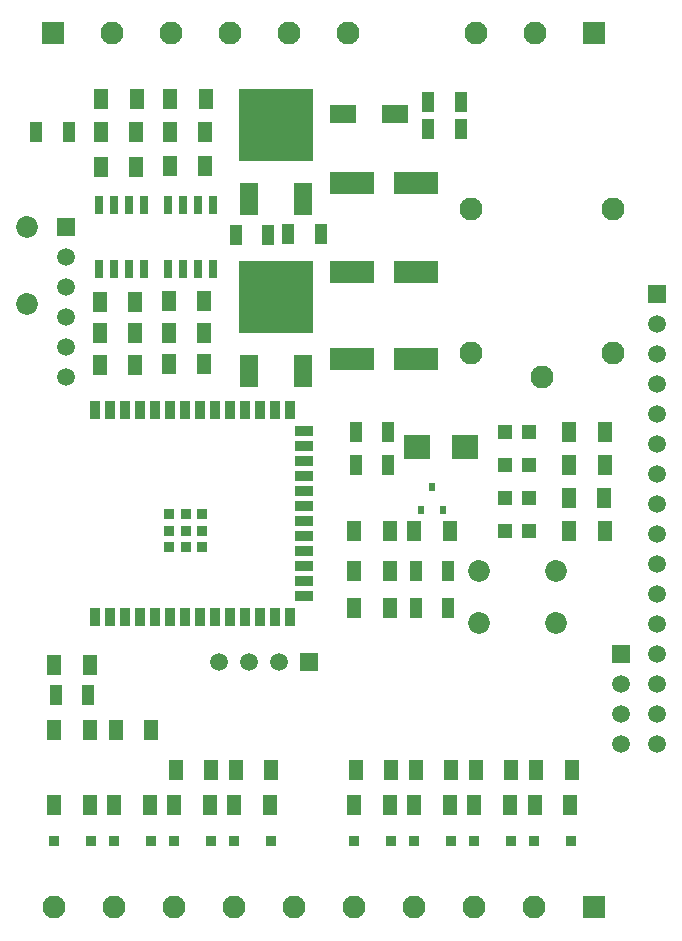
<source format=gbr>
%TF.GenerationSoftware,Altium Limited,Altium Designer,21.4.1 (30)*%
G04 Layer_Color=255*
%FSLAX44Y44*%
%MOMM*%
%TF.SameCoordinates,EB49FF53-C53B-41EF-AC46-A12079E47AB4*%
%TF.FilePolarity,Positive*%
%TF.FileFunction,Pads,Top*%
%TF.Part,Single*%
G01*
G75*
%TA.AperFunction,SMDPad,CuDef*%
%ADD10R,2.3000X1.6000*%
%TA.AperFunction,BGAPad,CuDef*%
%ADD11R,0.9000X0.9000*%
%TA.AperFunction,ConnectorPad*%
%ADD12R,0.9000X1.5000*%
%ADD13R,1.5000X0.9000*%
%TA.AperFunction,SMDPad,CuDef*%
%ADD14R,1.2000X1.8000*%
%ADD15R,1.2000X1.2000*%
%ADD16R,1.5000X2.8000*%
%ADD17R,6.3000X6.1000*%
%ADD18R,0.9000X0.9500*%
%ADD19R,1.0200X1.7800*%
%ADD20R,2.2000X2.1000*%
%ADD21R,0.6000X0.7000*%
%ADD22R,3.8000X1.8500*%
%ADD23R,0.6500X1.5250*%
%TA.AperFunction,ComponentPad*%
%ADD27R,1.9500X1.9500*%
%ADD28C,1.9500*%
%ADD29C,1.8500*%
%ADD30R,1.5000X1.5000*%
%ADD31C,1.5000*%
%ADD32R,1.5000X1.5000*%
D10*
X329340Y711200D02*
D03*
X285340D02*
D03*
D11*
X138130Y358510D02*
D03*
Y372510D02*
D03*
X152130D02*
D03*
X166130D02*
D03*
Y358510D02*
D03*
Y344510D02*
D03*
X152130D02*
D03*
X138130D02*
D03*
X152130Y358510D02*
D03*
D12*
X74930Y461010D02*
D03*
X87630D02*
D03*
X100330D02*
D03*
X113030D02*
D03*
X125730D02*
D03*
X138430D02*
D03*
X151130D02*
D03*
X163830D02*
D03*
X176530D02*
D03*
X189230D02*
D03*
X201930D02*
D03*
X214630D02*
D03*
X227330D02*
D03*
X240030D02*
D03*
Y286010D02*
D03*
X227330D02*
D03*
X214630D02*
D03*
X201930D02*
D03*
X189230D02*
D03*
X176530D02*
D03*
X163830D02*
D03*
X151130D02*
D03*
X138430D02*
D03*
X125730D02*
D03*
X113030D02*
D03*
X100330D02*
D03*
X87630D02*
D03*
X74930D02*
D03*
D13*
X252530Y443360D02*
D03*
Y430660D02*
D03*
Y417960D02*
D03*
Y405260D02*
D03*
Y392560D02*
D03*
Y379860D02*
D03*
Y367160D02*
D03*
Y354460D02*
D03*
Y341760D02*
D03*
Y329060D02*
D03*
Y316360D02*
D03*
Y303660D02*
D03*
D14*
X506600Y358140D02*
D03*
X476600D02*
D03*
X70640Y245000D02*
D03*
X40640D02*
D03*
X70880Y126350D02*
D03*
X40880D02*
D03*
X142480D02*
D03*
X172480D02*
D03*
X193280D02*
D03*
X223280D02*
D03*
X294880D02*
D03*
X324880D02*
D03*
X345680D02*
D03*
X375680D02*
D03*
X396480D02*
D03*
X426480D02*
D03*
X194550Y156350D02*
D03*
X224550D02*
D03*
X375680Y358140D02*
D03*
X345680D02*
D03*
X294880D02*
D03*
X324880D02*
D03*
X326150Y156350D02*
D03*
X296150D02*
D03*
X173750D02*
D03*
X143750D02*
D03*
X122950Y190000D02*
D03*
X92950D02*
D03*
X121680Y126350D02*
D03*
X91680D02*
D03*
X478790Y156350D02*
D03*
X448790D02*
D03*
X477520Y126350D02*
D03*
X447520D02*
D03*
X427750Y156350D02*
D03*
X397750D02*
D03*
X376950D02*
D03*
X346950D02*
D03*
X506600Y441960D02*
D03*
X476600D02*
D03*
X506490Y386080D02*
D03*
X476490D02*
D03*
X506600Y414020D02*
D03*
X476600D02*
D03*
X294880Y293020D02*
D03*
X324880D02*
D03*
X294880Y324770D02*
D03*
X324880D02*
D03*
X40640Y190000D02*
D03*
X70640D02*
D03*
X80250Y666990D02*
D03*
X110250D02*
D03*
X138670Y667200D02*
D03*
X168670D02*
D03*
X79350Y526020D02*
D03*
X109350D02*
D03*
X137770Y526230D02*
D03*
X167770D02*
D03*
X110250Y696200D02*
D03*
X80250D02*
D03*
X168670Y696410D02*
D03*
X138670D02*
D03*
X79220Y552690D02*
D03*
X109220D02*
D03*
X137640Y552900D02*
D03*
X167640D02*
D03*
X110490Y724140D02*
D03*
X80490D02*
D03*
X168910Y724350D02*
D03*
X138910D02*
D03*
X109220Y499350D02*
D03*
X79220D02*
D03*
X167640Y499560D02*
D03*
X137640D02*
D03*
D15*
X421990Y358140D02*
D03*
X442990D02*
D03*
X421990Y441960D02*
D03*
X442990D02*
D03*
X421990Y414020D02*
D03*
X442990D02*
D03*
X421990Y386080D02*
D03*
X442990D02*
D03*
D16*
X205740Y493760D02*
D03*
X251460D02*
D03*
Y639810D02*
D03*
X205740D02*
D03*
D17*
X228600Y556260D02*
D03*
Y702310D02*
D03*
D18*
X192530Y96350D02*
D03*
X224030D02*
D03*
X325630D02*
D03*
X294130D02*
D03*
X173230D02*
D03*
X141730D02*
D03*
X122430D02*
D03*
X90930D02*
D03*
X478270D02*
D03*
X446770D02*
D03*
X427230D02*
D03*
X395730D02*
D03*
X376430D02*
D03*
X344930D02*
D03*
X40130D02*
D03*
X71630D02*
D03*
D19*
X296080Y441960D02*
D03*
X323680D02*
D03*
X296080Y414020D02*
D03*
X323680D02*
D03*
X346880Y293020D02*
D03*
X374480D02*
D03*
X346880Y324770D02*
D03*
X374480D02*
D03*
X384830Y721505D02*
D03*
X357230D02*
D03*
X384830Y698645D02*
D03*
X357230D02*
D03*
X194360Y609330D02*
D03*
X221960D02*
D03*
X266530Y609600D02*
D03*
X238930D02*
D03*
X25570Y696200D02*
D03*
X53170D02*
D03*
X69440Y220000D02*
D03*
X41840D02*
D03*
D20*
X347800Y429260D02*
D03*
X388800D02*
D03*
D21*
X351180Y376080D02*
D03*
X370180D02*
D03*
X360680Y396080D02*
D03*
D22*
X347040Y504190D02*
D03*
X293040D02*
D03*
X347040Y577850D02*
D03*
X293040D02*
D03*
X347040Y652780D02*
D03*
X293040D02*
D03*
D23*
X78740Y580180D02*
D03*
X91440D02*
D03*
X104140D02*
D03*
X116840D02*
D03*
Y634420D02*
D03*
X104140D02*
D03*
X91440D02*
D03*
X78740D02*
D03*
X137160Y580390D02*
D03*
X149860D02*
D03*
X162560D02*
D03*
X175260D02*
D03*
Y634630D02*
D03*
X162560D02*
D03*
X149860D02*
D03*
X137160D02*
D03*
D27*
X497390Y779780D02*
D03*
X39370D02*
D03*
X497390Y40040D02*
D03*
D28*
X447390Y779780D02*
D03*
X397390D02*
D03*
X453700Y489190D02*
D03*
X393700Y509190D02*
D03*
Y631190D02*
D03*
X513700D02*
D03*
Y509190D02*
D03*
X289370Y779780D02*
D03*
X239370D02*
D03*
X189370D02*
D03*
X139370D02*
D03*
X89370D02*
D03*
X446590Y40040D02*
D03*
X395790D02*
D03*
X344990D02*
D03*
X294190D02*
D03*
X243390D02*
D03*
X192590D02*
D03*
X141790D02*
D03*
X90990D02*
D03*
X40190D02*
D03*
D29*
X400740Y280320D02*
D03*
X465740D02*
D03*
X400740Y324770D02*
D03*
X465740D02*
D03*
X17780Y615950D02*
D03*
Y550950D02*
D03*
D30*
X520700Y254000D02*
D03*
X551180Y558800D02*
D03*
X50800Y615950D02*
D03*
D31*
X520700Y228600D02*
D03*
Y203200D02*
D03*
Y177800D02*
D03*
X551180D02*
D03*
Y203200D02*
D03*
Y228600D02*
D03*
Y254000D02*
D03*
Y279400D02*
D03*
Y304800D02*
D03*
Y330200D02*
D03*
Y355600D02*
D03*
Y381000D02*
D03*
Y406400D02*
D03*
Y431800D02*
D03*
Y457200D02*
D03*
Y482600D02*
D03*
Y508000D02*
D03*
Y533400D02*
D03*
X231140Y247650D02*
D03*
X205740D02*
D03*
X180340D02*
D03*
X50800Y590550D02*
D03*
Y565150D02*
D03*
Y539750D02*
D03*
Y514350D02*
D03*
Y488950D02*
D03*
D32*
X256540Y247650D02*
D03*
%TF.MD5,15857bde7ae97534118ad6ffc14c6753*%
M02*

</source>
